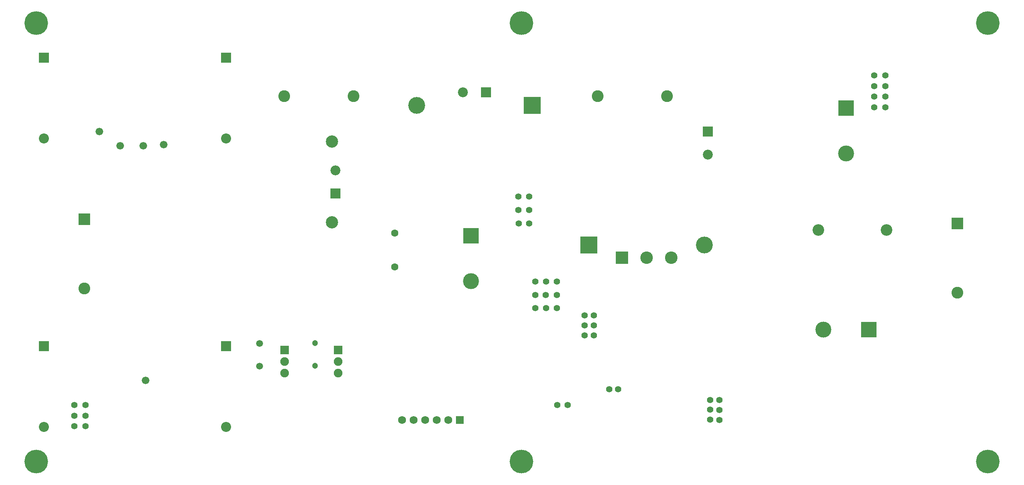
<source format=gbs>
G04*
G04 #@! TF.GenerationSoftware,Altium Limited,Altium Designer,19.1.5 (86)*
G04*
G04 Layer_Color=16711935*
%FSLAX25Y25*%
%MOIN*%
G70*
G01*
G75*
%ADD32C,0.13792*%
%ADD33R,0.13792X0.13792*%
%ADD34C,0.06902*%
%ADD35R,0.06902X0.06902*%
%ADD36C,0.10249*%
%ADD37R,0.10249X0.10249*%
%ADD38C,0.08674*%
%ADD39R,0.08674X0.08674*%
%ADD40C,0.20485*%
%ADD41C,0.07493*%
%ADD42R,0.07493X0.07493*%
%ADD43C,0.10827*%
%ADD44R,0.10827X0.10827*%
%ADD45C,0.14567*%
%ADD46R,0.14567X0.14567*%
%ADD47R,0.13792X0.13792*%
%ADD48C,0.05918*%
%ADD49C,0.08595*%
%ADD50R,0.08595X0.08595*%
%ADD51R,0.08595X0.08595*%
%ADD52C,0.10642*%
%ADD53C,0.10052*%
%ADD54C,0.06312*%
%ADD55C,0.05131*%
%ADD56C,0.05524*%
%ADD57C,0.06587*%
D32*
X700315Y132677D02*
D03*
X395095Y174409D02*
D03*
X720000Y285157D02*
D03*
D33*
X739685Y132677D02*
D03*
D34*
X365591Y54331D02*
D03*
X355591D02*
D03*
X345590D02*
D03*
X335591D02*
D03*
X375590D02*
D03*
D35*
X385591D02*
D03*
D36*
X60630Y168347D02*
D03*
X564882Y334764D02*
D03*
X504882D02*
D03*
X293465Y334724D02*
D03*
X233465D02*
D03*
X816142Y164646D02*
D03*
D37*
X60630Y228346D02*
D03*
X816142Y224646D02*
D03*
D38*
X25591Y298076D02*
D03*
X183071Y298076D02*
D03*
Y48110D02*
D03*
X25591Y48110D02*
D03*
D39*
Y368076D02*
D03*
X183071Y368076D02*
D03*
Y118110D02*
D03*
X25591Y118110D02*
D03*
D40*
X438976Y398031D02*
D03*
X842520D02*
D03*
Y18110D02*
D03*
X438976D02*
D03*
X18898D02*
D03*
Y398031D02*
D03*
D41*
X233858Y94882D02*
D03*
Y104882D02*
D03*
X280315Y94882D02*
D03*
Y104882D02*
D03*
D42*
X233858Y114882D02*
D03*
X280315D02*
D03*
D43*
X568693Y194850D02*
D03*
X547236D02*
D03*
D44*
X525779D02*
D03*
D45*
X597244Y205906D02*
D03*
X348071Y327008D02*
D03*
D46*
X497244Y205906D02*
D03*
X448071Y327008D02*
D03*
D47*
X395095Y213779D02*
D03*
X720000Y324528D02*
D03*
D48*
X212205Y120472D02*
D03*
Y100787D02*
D03*
D49*
X388175Y338303D02*
D03*
X600197Y284291D02*
D03*
X277953Y270472D02*
D03*
D50*
X408056Y338303D02*
D03*
D51*
X600197Y304173D02*
D03*
X277953Y250590D02*
D03*
D52*
X274787Y225552D02*
D03*
Y295552D02*
D03*
D53*
X695945Y218779D02*
D03*
X755000D02*
D03*
D54*
X329134Y216339D02*
D03*
Y186811D02*
D03*
D55*
X260236Y101181D02*
D03*
Y120866D02*
D03*
D56*
X52047Y67218D02*
D03*
X61654D02*
D03*
Y57979D02*
D03*
X52047D02*
D03*
Y48740D02*
D03*
X61654D02*
D03*
X753780Y325118D02*
D03*
X744173D02*
D03*
X602362Y54370D02*
D03*
Y63032D02*
D03*
X610236Y62992D02*
D03*
Y54331D02*
D03*
Y71654D02*
D03*
X602362D02*
D03*
X493661Y144724D02*
D03*
X501535D02*
D03*
Y127402D02*
D03*
Y136063D02*
D03*
X493661Y136102D02*
D03*
Y127441D02*
D03*
X450970Y151024D02*
D03*
X469395D02*
D03*
X460183D02*
D03*
X450970Y162598D02*
D03*
X469395D02*
D03*
X459842D02*
D03*
X450970Y174173D02*
D03*
X469395D02*
D03*
X460104D02*
D03*
X445669Y224646D02*
D03*
X436457D02*
D03*
X445669Y236221D02*
D03*
X436117D02*
D03*
X445669Y247795D02*
D03*
X436378D02*
D03*
X744173Y334357D02*
D03*
X753780D02*
D03*
X478937Y67126D02*
D03*
X469803D02*
D03*
X753780Y343596D02*
D03*
X744173D02*
D03*
X753780Y352835D02*
D03*
X744173D02*
D03*
X522402Y80787D02*
D03*
X515000Y80905D02*
D03*
D57*
X113386Y88583D02*
D03*
X73622Y304330D02*
D03*
X91614Y291737D02*
D03*
X129055Y292800D02*
D03*
X111496Y291698D02*
D03*
M02*

</source>
